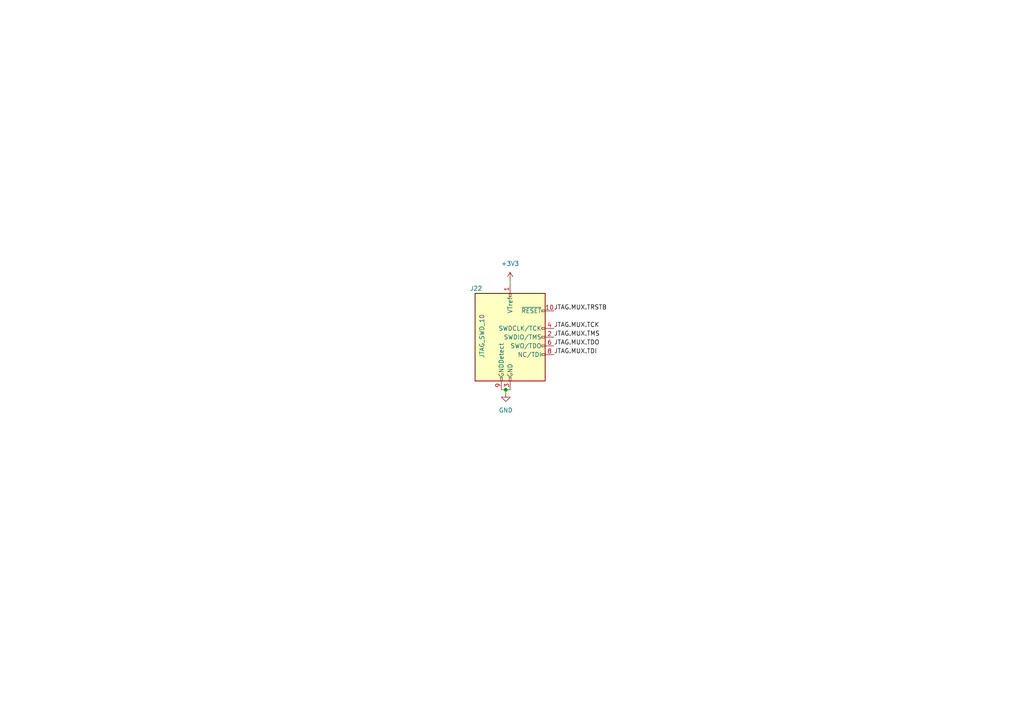
<source format=kicad_sch>
(kicad_sch (version 20230121) (generator eeschema)
  (paper "A4")
  (lib_symbols
    (symbol "+3V3_1" (power) (pin_names (offset 0))
      (property "Value" "+3V3_1" (at 0 3.556 0))
      (symbol "+3V3_1_0_1"
        (polyline (pts (xy -0.762 1.27) (xy 0 2.54)))
        (polyline (pts (xy 0 0) (xy 0 2.54)))
        (polyline (pts (xy 0 2.54) (xy 0.762 1.27)))
      )
      (symbol "+3V3_1_1_1"
        (pin power_in line (at 0 0 90) (length 0) hide (name "+3V3") (number "1"))
      )
    )
    (symbol "Connector:Conn_ARM_JTAG_SWD_10" (pin_names (offset 1.016))
      (property "Reference" "J" (at -2.54 16.51 0))
      (property "Value" "Conn_ARM_JTAG_SWD_10" (at -2.54 13.97 0))
      (symbol "Conn_ARM_JTAG_SWD_10_0_1"
        (rectangle (start -10.16 12.7) (end 10.16 -12.7) (stroke (width 0.254)) (fill (type background)))
        (rectangle (start -2.794 -12.7) (end -2.286 -11.684))
        (rectangle (start -0.254 -12.7) (end 0.254 -11.684))
        (rectangle (start -0.254 12.7) (end 0.254 11.684))
        (rectangle (start 9.144 2.286) (end 10.16 2.794))
        (rectangle (start 10.16 -2.794) (end 9.144 -2.286))
        (rectangle (start 10.16 -0.254) (end 9.144 0.254))
        (rectangle (start 10.16 7.874) (end 9.144 7.366))
      )
      (symbol "Conn_ARM_JTAG_SWD_10_1_1"
        (rectangle (start 9.144 -5.334) (end 10.16 -4.826))
        (pin power_in line (at 0 15.24 270) (length 2.54) (name "VTref") (number "1"))
        (pin open_collector line (at 12.7 7.62 180) (length 2.54) (name "~{RESET}") (number "10"))
        (pin bidirectional line (at 12.7 0 180) (length 2.54) (name "SWDIO/TMS") (number "2"))
        (pin power_in line (at 0 -15.24 90) (length 2.54) (name "GND") (number "3"))
        (pin output line (at 12.7 2.54 180) (length 2.54) (name "SWDCLK/TCK") (number "4"))
        (pin passive line (at 0 -15.24 90) (length 2.54) hide (name "GND") (number "5"))
        (pin input line (at 12.7 -2.54 180) (length 2.54) (name "SWO/TDO") (number "6"))
        (pin no_connect line (at -10.16 0 0) (length 2.54) hide (name "KEY") (number "7"))
        (pin output line (at 12.7 -5.08 180) (length 2.54) (name "NC/TDI") (number "8"))
        (pin passive line (at -2.54 -15.24 90) (length 2.54) (name "GNDDetect") (number "9"))
      )
    )
    (symbol "GND_1" (power) (pin_names (offset 0))
      (property "Value" "GND_1" (at 0 -3.81 0))
      (symbol "GND_1_0_1"
        (polyline (pts (xy 0 0) (xy 0 -1.27) (xy 1.27 -1.27) (xy 0 -2.54) (xy -1.27 -1.27) (xy 0 -1.27)))
      )
      (symbol "GND_1_1_1"
        (pin power_in line (at 0 0 270) (length 0) hide (name "GND") (number "1"))
      )
    )
  )
  (junction (at 146.685 113.03))
  (wire (pts (xy 147.955 81.534) (xy 147.955 82.55)))
  (wire (pts (xy 145.415 113.03) (xy 146.685 113.03)))
  (wire (pts (xy 146.685 113.03) (xy 147.955 113.03)))
  (wire (pts (xy 146.685 113.919) (xy 146.685 113.03)))
  (label "JTAG.MUX.TDI" (at 160.655 102.87 0))
  (label "JTAG.MUX.TCK" (at 160.655 95.25 0))
  (label "JTAG.MUX.TMS" (at 160.655 97.79 0))
  (label "JTAG.MUX.TRSTB" (at 160.655 90.17 0))
  (label "JTAG.MUX.TDO" (at 160.655 100.33 0))
  (symbol (lib_name "GND_1") (lib_id "power:GND") (at 146.685 113.919 0) (unit 1)
    (property "Reference" "#PWR016" (effects hide))
    (property "Value" "GND" (at 146.685 118.999 0))
    (instances (project "adcs-hardware" (path "" (reference "#PWR016") (unit 1))) (project "cpu_board" (path "" (reference "#PWR046") (unit 1))) (project "rt1062" (path "" (reference "#PWR016") (unit 1))))
  )
  (symbol (lib_id "Connector:Conn_ARM_JTAG_SWD_10") (at 147.955 97.79 0) (unit 1)
    (property "Reference" "J22" (at 139.8778 83.6676 0) (effects (justify right)))
    (property "Value" "JTAG_SWD_10" (at 139.7762 91.0844 90) (effects (justify right)))
    (property "Footprint" "Connector_PinHeader_1.27mm:PinHeader_2x05_P1.27mm_Vertical_SMD" (effects hide))
    (property "Datasheet" "http://infocenter.arm.com/help/topic/com.arm.doc.ddi0314h/DDI0314H_coresight_components_trm.pdf" (effects hide))
    (property "Description" "JTAG/SWD 10-pin connector" (effects hide))
    (property "Flight" "BD125-10-A-0305-0580-L-B" (effects hide))
    (property "Manufacturer_Name" "GCT" (effects hide))
    (instances (project "adcs-hardware" (path "" (reference "J22") (unit 1))) (project "cpu_board" (path "" (reference "J2") (unit 1))) (project "rt1062" (path "" (reference "J22") (unit 1))))
  )
  (symbol (lib_name "+3V3_1") (lib_id "power:+3V3") (at 147.955 81.534 0) (unit 1)
    (property "Reference" "#PWR017" (effects hide))
    (property "Value" "+3V3" (at 147.955 76.454 0))
    (instances (project "adcs-hardware" (path "" (reference "#PWR017") (unit 1))) (project "cpu_board" (path "" (reference "#PWR047") (unit 1))) (project "rt1062" (path "" (reference "#PWR017") (unit 1))))
  )
)
</source>
